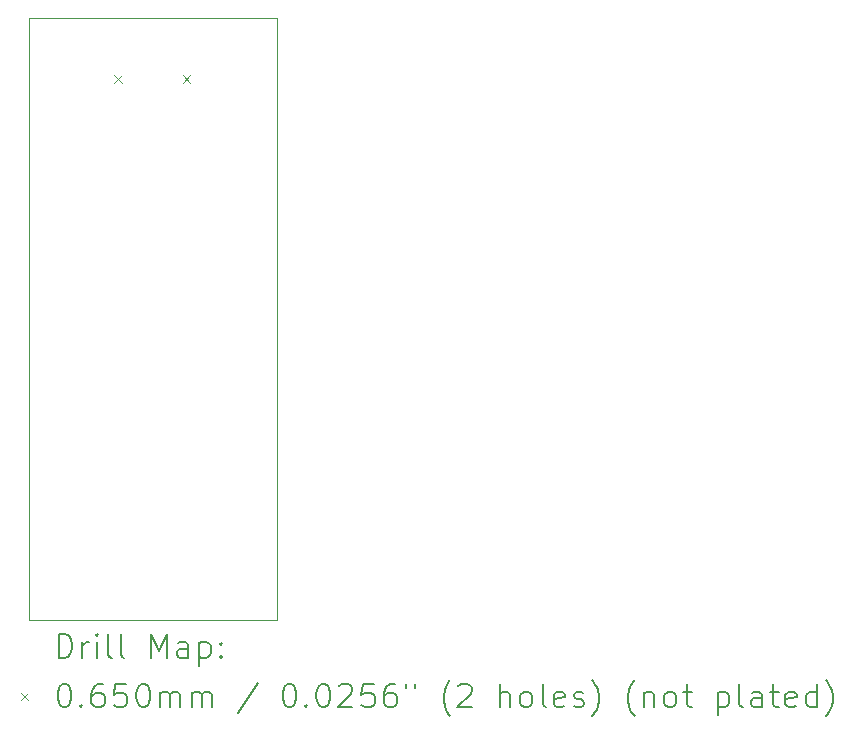
<source format=gbr>
%FSLAX45Y45*%
G04 Gerber Fmt 4.5, Leading zero omitted, Abs format (unit mm)*
G04 Created by KiCad (PCBNEW 6.0.1-79c1e3a40b~116~ubuntu20.04.1) date 2022-07-08 20:10:22*
%MOMM*%
%LPD*%
G01*
G04 APERTURE LIST*
%TA.AperFunction,Profile*%
%ADD10C,0.100000*%
%TD*%
%ADD11C,0.200000*%
%ADD12C,0.065000*%
G04 APERTURE END LIST*
D10*
X8516098Y-10031000D02*
X10616098Y-10031000D01*
X10616098Y-10031000D02*
X10616098Y-4931000D01*
X10616098Y-4931000D02*
X8516098Y-4931000D01*
X8516098Y-4931000D02*
X8516098Y-10031000D01*
D11*
D12*
X9238500Y-5411500D02*
X9303500Y-5476500D01*
X9303500Y-5411500D02*
X9238500Y-5476500D01*
X9816500Y-5411500D02*
X9881500Y-5476500D01*
X9881500Y-5411500D02*
X9816500Y-5476500D01*
D11*
X8768717Y-10346476D02*
X8768717Y-10146476D01*
X8816336Y-10146476D01*
X8844907Y-10156000D01*
X8863955Y-10175048D01*
X8873479Y-10194095D01*
X8883003Y-10232190D01*
X8883003Y-10260762D01*
X8873479Y-10298857D01*
X8863955Y-10317905D01*
X8844907Y-10336952D01*
X8816336Y-10346476D01*
X8768717Y-10346476D01*
X8968717Y-10346476D02*
X8968717Y-10213143D01*
X8968717Y-10251238D02*
X8978241Y-10232190D01*
X8987764Y-10222667D01*
X9006812Y-10213143D01*
X9025860Y-10213143D01*
X9092526Y-10346476D02*
X9092526Y-10213143D01*
X9092526Y-10146476D02*
X9083003Y-10156000D01*
X9092526Y-10165524D01*
X9102050Y-10156000D01*
X9092526Y-10146476D01*
X9092526Y-10165524D01*
X9216336Y-10346476D02*
X9197288Y-10336952D01*
X9187764Y-10317905D01*
X9187764Y-10146476D01*
X9321098Y-10346476D02*
X9302050Y-10336952D01*
X9292526Y-10317905D01*
X9292526Y-10146476D01*
X9549669Y-10346476D02*
X9549669Y-10146476D01*
X9616336Y-10289333D01*
X9683003Y-10146476D01*
X9683003Y-10346476D01*
X9863955Y-10346476D02*
X9863955Y-10241714D01*
X9854431Y-10222667D01*
X9835384Y-10213143D01*
X9797288Y-10213143D01*
X9778241Y-10222667D01*
X9863955Y-10336952D02*
X9844907Y-10346476D01*
X9797288Y-10346476D01*
X9778241Y-10336952D01*
X9768717Y-10317905D01*
X9768717Y-10298857D01*
X9778241Y-10279810D01*
X9797288Y-10270286D01*
X9844907Y-10270286D01*
X9863955Y-10260762D01*
X9959193Y-10213143D02*
X9959193Y-10413143D01*
X9959193Y-10222667D02*
X9978241Y-10213143D01*
X10016336Y-10213143D01*
X10035384Y-10222667D01*
X10044907Y-10232190D01*
X10054431Y-10251238D01*
X10054431Y-10308381D01*
X10044907Y-10327429D01*
X10035384Y-10336952D01*
X10016336Y-10346476D01*
X9978241Y-10346476D01*
X9959193Y-10336952D01*
X10140145Y-10327429D02*
X10149669Y-10336952D01*
X10140145Y-10346476D01*
X10130622Y-10336952D01*
X10140145Y-10327429D01*
X10140145Y-10346476D01*
X10140145Y-10222667D02*
X10149669Y-10232190D01*
X10140145Y-10241714D01*
X10130622Y-10232190D01*
X10140145Y-10222667D01*
X10140145Y-10241714D01*
D12*
X8446098Y-10643500D02*
X8511098Y-10708500D01*
X8511098Y-10643500D02*
X8446098Y-10708500D01*
D11*
X8806812Y-10566476D02*
X8825860Y-10566476D01*
X8844907Y-10576000D01*
X8854431Y-10585524D01*
X8863955Y-10604571D01*
X8873479Y-10642667D01*
X8873479Y-10690286D01*
X8863955Y-10728381D01*
X8854431Y-10747429D01*
X8844907Y-10756952D01*
X8825860Y-10766476D01*
X8806812Y-10766476D01*
X8787764Y-10756952D01*
X8778241Y-10747429D01*
X8768717Y-10728381D01*
X8759193Y-10690286D01*
X8759193Y-10642667D01*
X8768717Y-10604571D01*
X8778241Y-10585524D01*
X8787764Y-10576000D01*
X8806812Y-10566476D01*
X8959193Y-10747429D02*
X8968717Y-10756952D01*
X8959193Y-10766476D01*
X8949669Y-10756952D01*
X8959193Y-10747429D01*
X8959193Y-10766476D01*
X9140145Y-10566476D02*
X9102050Y-10566476D01*
X9083003Y-10576000D01*
X9073479Y-10585524D01*
X9054431Y-10614095D01*
X9044907Y-10652190D01*
X9044907Y-10728381D01*
X9054431Y-10747429D01*
X9063955Y-10756952D01*
X9083003Y-10766476D01*
X9121098Y-10766476D01*
X9140145Y-10756952D01*
X9149669Y-10747429D01*
X9159193Y-10728381D01*
X9159193Y-10680762D01*
X9149669Y-10661714D01*
X9140145Y-10652190D01*
X9121098Y-10642667D01*
X9083003Y-10642667D01*
X9063955Y-10652190D01*
X9054431Y-10661714D01*
X9044907Y-10680762D01*
X9340145Y-10566476D02*
X9244907Y-10566476D01*
X9235384Y-10661714D01*
X9244907Y-10652190D01*
X9263955Y-10642667D01*
X9311574Y-10642667D01*
X9330622Y-10652190D01*
X9340145Y-10661714D01*
X9349669Y-10680762D01*
X9349669Y-10728381D01*
X9340145Y-10747429D01*
X9330622Y-10756952D01*
X9311574Y-10766476D01*
X9263955Y-10766476D01*
X9244907Y-10756952D01*
X9235384Y-10747429D01*
X9473479Y-10566476D02*
X9492526Y-10566476D01*
X9511574Y-10576000D01*
X9521098Y-10585524D01*
X9530622Y-10604571D01*
X9540145Y-10642667D01*
X9540145Y-10690286D01*
X9530622Y-10728381D01*
X9521098Y-10747429D01*
X9511574Y-10756952D01*
X9492526Y-10766476D01*
X9473479Y-10766476D01*
X9454431Y-10756952D01*
X9444907Y-10747429D01*
X9435384Y-10728381D01*
X9425860Y-10690286D01*
X9425860Y-10642667D01*
X9435384Y-10604571D01*
X9444907Y-10585524D01*
X9454431Y-10576000D01*
X9473479Y-10566476D01*
X9625860Y-10766476D02*
X9625860Y-10633143D01*
X9625860Y-10652190D02*
X9635384Y-10642667D01*
X9654431Y-10633143D01*
X9683003Y-10633143D01*
X9702050Y-10642667D01*
X9711574Y-10661714D01*
X9711574Y-10766476D01*
X9711574Y-10661714D02*
X9721098Y-10642667D01*
X9740145Y-10633143D01*
X9768717Y-10633143D01*
X9787764Y-10642667D01*
X9797288Y-10661714D01*
X9797288Y-10766476D01*
X9892526Y-10766476D02*
X9892526Y-10633143D01*
X9892526Y-10652190D02*
X9902050Y-10642667D01*
X9921098Y-10633143D01*
X9949669Y-10633143D01*
X9968717Y-10642667D01*
X9978241Y-10661714D01*
X9978241Y-10766476D01*
X9978241Y-10661714D02*
X9987764Y-10642667D01*
X10006812Y-10633143D01*
X10035384Y-10633143D01*
X10054431Y-10642667D01*
X10063955Y-10661714D01*
X10063955Y-10766476D01*
X10454431Y-10556952D02*
X10283003Y-10814095D01*
X10711574Y-10566476D02*
X10730622Y-10566476D01*
X10749669Y-10576000D01*
X10759193Y-10585524D01*
X10768717Y-10604571D01*
X10778241Y-10642667D01*
X10778241Y-10690286D01*
X10768717Y-10728381D01*
X10759193Y-10747429D01*
X10749669Y-10756952D01*
X10730622Y-10766476D01*
X10711574Y-10766476D01*
X10692526Y-10756952D01*
X10683003Y-10747429D01*
X10673479Y-10728381D01*
X10663955Y-10690286D01*
X10663955Y-10642667D01*
X10673479Y-10604571D01*
X10683003Y-10585524D01*
X10692526Y-10576000D01*
X10711574Y-10566476D01*
X10863955Y-10747429D02*
X10873479Y-10756952D01*
X10863955Y-10766476D01*
X10854431Y-10756952D01*
X10863955Y-10747429D01*
X10863955Y-10766476D01*
X10997288Y-10566476D02*
X11016336Y-10566476D01*
X11035384Y-10576000D01*
X11044907Y-10585524D01*
X11054431Y-10604571D01*
X11063955Y-10642667D01*
X11063955Y-10690286D01*
X11054431Y-10728381D01*
X11044907Y-10747429D01*
X11035384Y-10756952D01*
X11016336Y-10766476D01*
X10997288Y-10766476D01*
X10978241Y-10756952D01*
X10968717Y-10747429D01*
X10959193Y-10728381D01*
X10949669Y-10690286D01*
X10949669Y-10642667D01*
X10959193Y-10604571D01*
X10968717Y-10585524D01*
X10978241Y-10576000D01*
X10997288Y-10566476D01*
X11140145Y-10585524D02*
X11149669Y-10576000D01*
X11168717Y-10566476D01*
X11216336Y-10566476D01*
X11235383Y-10576000D01*
X11244907Y-10585524D01*
X11254431Y-10604571D01*
X11254431Y-10623619D01*
X11244907Y-10652190D01*
X11130622Y-10766476D01*
X11254431Y-10766476D01*
X11435383Y-10566476D02*
X11340145Y-10566476D01*
X11330622Y-10661714D01*
X11340145Y-10652190D01*
X11359193Y-10642667D01*
X11406812Y-10642667D01*
X11425860Y-10652190D01*
X11435383Y-10661714D01*
X11444907Y-10680762D01*
X11444907Y-10728381D01*
X11435383Y-10747429D01*
X11425860Y-10756952D01*
X11406812Y-10766476D01*
X11359193Y-10766476D01*
X11340145Y-10756952D01*
X11330622Y-10747429D01*
X11616336Y-10566476D02*
X11578241Y-10566476D01*
X11559193Y-10576000D01*
X11549669Y-10585524D01*
X11530622Y-10614095D01*
X11521098Y-10652190D01*
X11521098Y-10728381D01*
X11530622Y-10747429D01*
X11540145Y-10756952D01*
X11559193Y-10766476D01*
X11597288Y-10766476D01*
X11616336Y-10756952D01*
X11625860Y-10747429D01*
X11635383Y-10728381D01*
X11635383Y-10680762D01*
X11625860Y-10661714D01*
X11616336Y-10652190D01*
X11597288Y-10642667D01*
X11559193Y-10642667D01*
X11540145Y-10652190D01*
X11530622Y-10661714D01*
X11521098Y-10680762D01*
X11711574Y-10566476D02*
X11711574Y-10604571D01*
X11787764Y-10566476D02*
X11787764Y-10604571D01*
X12083002Y-10842667D02*
X12073479Y-10833143D01*
X12054431Y-10804571D01*
X12044907Y-10785524D01*
X12035383Y-10756952D01*
X12025860Y-10709333D01*
X12025860Y-10671238D01*
X12035383Y-10623619D01*
X12044907Y-10595048D01*
X12054431Y-10576000D01*
X12073479Y-10547429D01*
X12083002Y-10537905D01*
X12149669Y-10585524D02*
X12159193Y-10576000D01*
X12178241Y-10566476D01*
X12225860Y-10566476D01*
X12244907Y-10576000D01*
X12254431Y-10585524D01*
X12263955Y-10604571D01*
X12263955Y-10623619D01*
X12254431Y-10652190D01*
X12140145Y-10766476D01*
X12263955Y-10766476D01*
X12502050Y-10766476D02*
X12502050Y-10566476D01*
X12587764Y-10766476D02*
X12587764Y-10661714D01*
X12578241Y-10642667D01*
X12559193Y-10633143D01*
X12530622Y-10633143D01*
X12511574Y-10642667D01*
X12502050Y-10652190D01*
X12711574Y-10766476D02*
X12692526Y-10756952D01*
X12683002Y-10747429D01*
X12673479Y-10728381D01*
X12673479Y-10671238D01*
X12683002Y-10652190D01*
X12692526Y-10642667D01*
X12711574Y-10633143D01*
X12740145Y-10633143D01*
X12759193Y-10642667D01*
X12768717Y-10652190D01*
X12778241Y-10671238D01*
X12778241Y-10728381D01*
X12768717Y-10747429D01*
X12759193Y-10756952D01*
X12740145Y-10766476D01*
X12711574Y-10766476D01*
X12892526Y-10766476D02*
X12873479Y-10756952D01*
X12863955Y-10737905D01*
X12863955Y-10566476D01*
X13044907Y-10756952D02*
X13025860Y-10766476D01*
X12987764Y-10766476D01*
X12968717Y-10756952D01*
X12959193Y-10737905D01*
X12959193Y-10661714D01*
X12968717Y-10642667D01*
X12987764Y-10633143D01*
X13025860Y-10633143D01*
X13044907Y-10642667D01*
X13054431Y-10661714D01*
X13054431Y-10680762D01*
X12959193Y-10699810D01*
X13130622Y-10756952D02*
X13149669Y-10766476D01*
X13187764Y-10766476D01*
X13206812Y-10756952D01*
X13216336Y-10737905D01*
X13216336Y-10728381D01*
X13206812Y-10709333D01*
X13187764Y-10699810D01*
X13159193Y-10699810D01*
X13140145Y-10690286D01*
X13130622Y-10671238D01*
X13130622Y-10661714D01*
X13140145Y-10642667D01*
X13159193Y-10633143D01*
X13187764Y-10633143D01*
X13206812Y-10642667D01*
X13283002Y-10842667D02*
X13292526Y-10833143D01*
X13311574Y-10804571D01*
X13321098Y-10785524D01*
X13330622Y-10756952D01*
X13340145Y-10709333D01*
X13340145Y-10671238D01*
X13330622Y-10623619D01*
X13321098Y-10595048D01*
X13311574Y-10576000D01*
X13292526Y-10547429D01*
X13283002Y-10537905D01*
X13644907Y-10842667D02*
X13635383Y-10833143D01*
X13616336Y-10804571D01*
X13606812Y-10785524D01*
X13597288Y-10756952D01*
X13587764Y-10709333D01*
X13587764Y-10671238D01*
X13597288Y-10623619D01*
X13606812Y-10595048D01*
X13616336Y-10576000D01*
X13635383Y-10547429D01*
X13644907Y-10537905D01*
X13721098Y-10633143D02*
X13721098Y-10766476D01*
X13721098Y-10652190D02*
X13730622Y-10642667D01*
X13749669Y-10633143D01*
X13778241Y-10633143D01*
X13797288Y-10642667D01*
X13806812Y-10661714D01*
X13806812Y-10766476D01*
X13930622Y-10766476D02*
X13911574Y-10756952D01*
X13902050Y-10747429D01*
X13892526Y-10728381D01*
X13892526Y-10671238D01*
X13902050Y-10652190D01*
X13911574Y-10642667D01*
X13930622Y-10633143D01*
X13959193Y-10633143D01*
X13978241Y-10642667D01*
X13987764Y-10652190D01*
X13997288Y-10671238D01*
X13997288Y-10728381D01*
X13987764Y-10747429D01*
X13978241Y-10756952D01*
X13959193Y-10766476D01*
X13930622Y-10766476D01*
X14054431Y-10633143D02*
X14130622Y-10633143D01*
X14083002Y-10566476D02*
X14083002Y-10737905D01*
X14092526Y-10756952D01*
X14111574Y-10766476D01*
X14130622Y-10766476D01*
X14349669Y-10633143D02*
X14349669Y-10833143D01*
X14349669Y-10642667D02*
X14368717Y-10633143D01*
X14406812Y-10633143D01*
X14425860Y-10642667D01*
X14435383Y-10652190D01*
X14444907Y-10671238D01*
X14444907Y-10728381D01*
X14435383Y-10747429D01*
X14425860Y-10756952D01*
X14406812Y-10766476D01*
X14368717Y-10766476D01*
X14349669Y-10756952D01*
X14559193Y-10766476D02*
X14540145Y-10756952D01*
X14530622Y-10737905D01*
X14530622Y-10566476D01*
X14721098Y-10766476D02*
X14721098Y-10661714D01*
X14711574Y-10642667D01*
X14692526Y-10633143D01*
X14654431Y-10633143D01*
X14635383Y-10642667D01*
X14721098Y-10756952D02*
X14702050Y-10766476D01*
X14654431Y-10766476D01*
X14635383Y-10756952D01*
X14625860Y-10737905D01*
X14625860Y-10718857D01*
X14635383Y-10699810D01*
X14654431Y-10690286D01*
X14702050Y-10690286D01*
X14721098Y-10680762D01*
X14787764Y-10633143D02*
X14863955Y-10633143D01*
X14816336Y-10566476D02*
X14816336Y-10737905D01*
X14825860Y-10756952D01*
X14844907Y-10766476D01*
X14863955Y-10766476D01*
X15006812Y-10756952D02*
X14987764Y-10766476D01*
X14949669Y-10766476D01*
X14930622Y-10756952D01*
X14921098Y-10737905D01*
X14921098Y-10661714D01*
X14930622Y-10642667D01*
X14949669Y-10633143D01*
X14987764Y-10633143D01*
X15006812Y-10642667D01*
X15016336Y-10661714D01*
X15016336Y-10680762D01*
X14921098Y-10699810D01*
X15187764Y-10766476D02*
X15187764Y-10566476D01*
X15187764Y-10756952D02*
X15168717Y-10766476D01*
X15130622Y-10766476D01*
X15111574Y-10756952D01*
X15102050Y-10747429D01*
X15092526Y-10728381D01*
X15092526Y-10671238D01*
X15102050Y-10652190D01*
X15111574Y-10642667D01*
X15130622Y-10633143D01*
X15168717Y-10633143D01*
X15187764Y-10642667D01*
X15263955Y-10842667D02*
X15273479Y-10833143D01*
X15292526Y-10804571D01*
X15302050Y-10785524D01*
X15311574Y-10756952D01*
X15321098Y-10709333D01*
X15321098Y-10671238D01*
X15311574Y-10623619D01*
X15302050Y-10595048D01*
X15292526Y-10576000D01*
X15273479Y-10547429D01*
X15263955Y-10537905D01*
M02*

</source>
